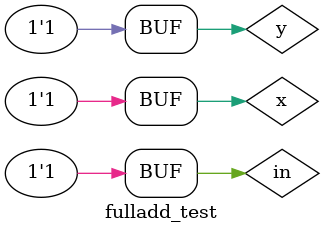
<source format=v>
`timescale 1ns / 1ps


module fulladd_test;

	// Inputs
	reg in;
	reg x;
	reg y;

	// Outputs
	wire f;
	wire out;

	// Instantiate the Unit Under Test (UUT)
	fulladd uut (
		.cin(in), 
		.x(x), 
		.y(y), 
		.f(f), 
		.cout(out)
	);

	initial begin
		// Initialize Inputs
		in = 0;
		x = 0;
		y = 0;

		// Wait 100 ns for global reset to finish
        //#10; x<=1'b0; y<=1'b0; in<=1'b0;
        #100 x=1'b0; y=1'b0; in=1'b1;
        #100 x=1'b0; y=1'b1; in=1'b0;
        #100 x=1'b0; y=1'b1; in=1'b1;
        #100 x=1'b1; y=1'b0; in=1'b0;
        #100 x=1'b1; y=1'b0; in=1'b1;
        #100 x=1'b1; y=1'b1; in=1'b0;
        #100 x=1'b1; y=1'b1; in=1'b1;   
        
		// Add stimulus here

	end
      
endmodule


</source>
